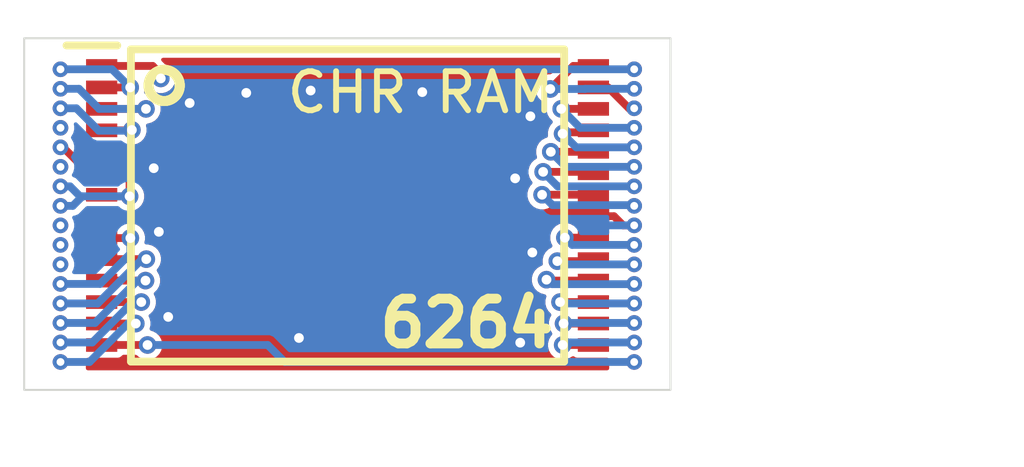
<source format=kicad_pcb>
(kicad_pcb (version 20241229) (generator "pcbnew") (generator_version "9.0")
  (layers (0 "F.Cu" signal) (2 "B.Cu" signal) (13 "F.Paste" user) (15 "B.Paste" user) (5 "F.SilkS" user "F.Silkscreen") (7 "B.SilkS" user "B.Silkscreen") (1 "F.Mask" user) (3 "B.Mask" user) (25 "Edge.Cuts" user))
  (net 0 "")
  (net 1 "+5V")
  (net 3 "/A11")
  (net 4 "/CE#")
  (net 6 "/D5")
  (net 7 "/OE#")
  (net 8 "/A7")
  (net 9 "/D2")
  (net 10 "/A3")
  (net 11 "/D6")
  (net 12 "/D1")
  (net 13 "/A2")
  (net 14 "/A9")
  (net 18 "/D0")
  (net 19 "/A5")
  (net 20 "/A6")
  (net 21 "/A12")
  (net 22 "/D4")
  (net 23 "/D7")
  (net 24 "/A8")
  (net 25 "/D3")
  (net 26 "/A1")
  (net 27 "GND")
  (net 28 "/A4")
  (net 29 "/A10")
  (net 30 "/WE#")
  (net 31 "/A0")
  (footprint "TNY-SxROM Flex:CHR RAM" (layer "F.Cu") (at 137.325 83.375)
    (property "Reference" "U1" (hide yes))
    (property "Value" "CHR RAM" (hide yes))
    (fp_line (start -7.2 -4.1) (end -5.9 -4.1) (stroke (width 0.2)) (layer "F.SilkS"))
    (fp_line (start -5.55 -4) (end 5.55 -4) (stroke (width 0.2)) (layer "F.SilkS"))
    (fp_line (start -5.55 4) (end -5.55 -4) (stroke (width 0.2)) (layer "F.SilkS"))
    (fp_line (start -5.0979 -3.08165) (end -5.0975 -3.09425) (stroke (width 0.254)) (layer "F.SilkS"))
    (fp_line (start -5.0979 -3.06905) (end -5.0979 -3.08165) (stroke (width 0.254)) (layer "F.SilkS"))
    (fp_line (start -5.0975 -3.09425) (end -5.0967 -3.10685) (stroke (width 0.254)) (layer "F.SilkS"))
    (fp_line (start -5.0975 -3.05645) (end -5.0979 -3.06905) (stroke (width 0.254)) (layer "F.SilkS"))
    (fp_line (start -5.0967 -3.10685) (end -5.0955 -3.11945) (stroke (width 0.254)) (layer "F.SilkS"))
    (fp_line (start -5.0967 -3.04385) (end -5.0975 -3.05645) (stroke (width 0.254)) (layer "F.SilkS"))
    (fp_line (start -5.0955 -3.11945) (end -5.0939 -3.13195) (stroke (width 0.254)) (layer "F.SilkS"))
    (fp_line (start -5.0955 -3.03125) (end -5.0967 -3.04385) (stroke (width 0.254)) (layer "F.SilkS"))
    (fp_line (start -5.0939 -3.13195) (end -5.0919 -3.14445) (stroke (width 0.254)) (layer "F.SilkS"))
    (fp_line (start -5.0939 -3.01875) (end -5.0955 -3.03125) (stroke (width 0.254)) (layer "F.SilkS"))
    (fp_line (start -5.0919 -3.14445) (end -5.0895 -3.15685) (stroke (width 0.254)) (layer "F.SilkS"))
    (fp_line (start -5.0919 -3.00625) (end -5.0939 -3.01875) (stroke (width 0.254)) (layer "F.SilkS"))
    (fp_line (start -5.0895 -3.15685) (end -5.0867 -3.16915) (stroke (width 0.254)) (layer "F.SilkS"))
    (fp_line (start -5.0895 -2.99385) (end -5.0919 -3.00625) (stroke (width 0.254)) (layer "F.SilkS"))
    (fp_line (start -5.0867 -3.16915) (end -5.0836 -3.18145) (stroke (width 0.254)) (layer "F.SilkS"))
    (fp_line (start -5.0867 -2.98155) (end -5.0895 -2.99385) (stroke (width 0.254)) (layer "F.SilkS"))
    (fp_line (start -5.0836 -3.18145) (end -5.08 -3.19355) (stroke (width 0.254)) (layer "F.SilkS"))
    (fp_line (start -5.0836 -2.96925) (end -5.0867 -2.98155) (stroke (width 0.254)) (layer "F.SilkS"))
    (fp_line (start -5.08 -3.19355) (end -5.0761 -3.20555) (stroke (width 0.254)) (layer "F.SilkS"))
    (fp_line (start -5.08 -2.95715) (end -5.0836 -2.96925) (stroke (width 0.254)) (layer "F.SilkS"))
    (fp_line (start -5.0761 -3.20555) (end -5.0718 -3.21745) (stroke (width 0.254)) (layer "F.SilkS"))
    (fp_line (start -5.0761 -2.94515) (end -5.08 -2.95715) (stroke (width 0.254)) (layer "F.SilkS"))
    (fp_line (start -5.0718 -3.21745) (end -5.0671 -3.22915) (stroke (width 0.254)) (layer "F.SilkS"))
    (fp_line (start -5.0718 -2.93325) (end -5.0761 -2.94515) (stroke (width 0.254)) (layer "F.SilkS"))
    (fp_line (start -5.0671 -3.22915) (end -5.0621 -3.24075) (stroke (width 0.254)) (layer "F.SilkS"))
    (fp_line (start -5.0671 -2.92155) (end -5.0718 -2.93325) (stroke (width 0.254)) (layer "F.SilkS"))
    (fp_line (start -5.0621 -3.24075) (end -5.0567 -3.25215) (stroke (width 0.254)) (layer "F.SilkS"))
    (fp_line (start -5.0621 -2.90995) (end -5.0671 -2.92155) (stroke (width 0.254)) (layer "F.SilkS"))
    (fp_line (start -5.0567 -3.25215) (end -5.0509 -3.26335) (stroke (width 0.254)) (layer "F.SilkS"))
    (fp_line (start -5.0567 -2.89855) (end -5.0621 -2.90995) (stroke (width 0.254)) (layer "F.SilkS"))
    (fp_line (start -5.0509 -3.26335) (end -5.0448 -3.27445) (stroke (width 0.254)) (layer "F.SilkS"))
    (fp_line (start -5.0509 -2.88735) (end -5.0567 -2.89855) (stroke (width 0.254)) (layer "F.SilkS"))
    (fp_line (start -5.0448 -3.27445) (end -5.0384 -3.28525) (stroke (width 0.254)) (layer "F.SilkS"))
    (fp_line (start -5.0448 -2.87625) (end -5.0509 -2.88735) (stroke (width 0.254)) (layer "F.SilkS"))
    (fp_line (start -5.0384 -3.28525) (end -5.0316 -3.29595) (stroke (width 0.254)) (layer "F.SilkS"))
    (fp_line (start -5.0384 -2.86545) (end -5.0448 -2.87625) (stroke (width 0.254)) (layer "F.SilkS"))
    (fp_line (start -5.0316 -3.29595) (end -5.0245 -3.30635) (stroke (width 0.254)) (layer "F.SilkS"))
    (fp_line (start -5.0316 -2.85475) (end -5.0384 -2.86545) (stroke (width 0.254)) (layer "F.SilkS"))
    (fp_line (start -5.0245 -3.30635) (end -5.017 -3.31655) (stroke (width 0.254)) (layer "F.SilkS"))
    (fp_line (start -5.0245 -2.84435) (end -5.0316 -2.85475) (stroke (width 0.254)) (layer "F.SilkS"))
    (fp_line (start -5.017 -3.31655) (end -5.0092 -3.32655) (stroke (width 0.254)) (layer "F.SilkS"))
    (fp_line (start -5.017 -2.83415) (end -5.0245 -2.84435) (stroke (width 0.254)) (layer "F.SilkS"))
    (fp_line (start -5.0092 -3.32655) (end -5.0011 -3.33625) (stroke (width 0.254)) (layer "F.SilkS"))
    (fp_line (start -5.0092 -2.82415) (end -5.017 -2.83415) (stroke (width 0.254)) (layer "F.SilkS"))
    (fp_line (start -5.0011 -3.33625) (end -4.9928 -3.34565) (stroke (width 0.254)) (layer "F.SilkS"))
    (fp_line (start -5.0011 -2.81445) (end -5.0092 -2.82415) (stroke (width 0.254)) (layer "F.SilkS"))
    (fp_line (start -4.9928 -3.34565) (end -4.9841 -3.35485) (stroke (width 0.254)) (layer "F.SilkS"))
    (fp_line (start -4.9928 -2.80505) (end -5.0011 -2.81445) (stroke (width 0.254)) (layer "F.SilkS"))
    (fp_line (start -4.9841 -3.35485) (end -4.9751 -3.36375) (stroke (width 0.254)) (layer "F.SilkS"))
    (fp_line (start -4.9841 -2.79585) (end -4.9928 -2.80505) (stroke (width 0.254)) (layer "F.SilkS"))
    (fp_line (start -4.9751 -3.36375) (end -4.9659 -3.37235) (stroke (width 0.254)) (layer "F.SilkS"))
    (fp_line (start -4.9751 -2.78695) (end -4.9841 -2.79585) (stroke (width 0.254)) (layer "F.SilkS"))
    (fp_line (start -4.9659 -3.37235) (end -4.9564 -3.38065) (stroke (width 0.254)) (layer "F.SilkS"))
    (fp_line (start -4.9659 -2.77835) (end -4.9751 -2.78695) (stroke (width 0.254)) (layer "F.SilkS"))
    (fp_line (start -4.9564 -3.38065) (end -4.9466 -3.38865) (stroke (width 0.254)) (layer "F.SilkS"))
    (fp_line (start -4.9564 -2.77005) (end -4.9659 -2.77835) (stroke (width 0.254)) (layer "F.SilkS"))
    (fp_line (start -4.9466 -3.38865) (end -4.9366 -3.39635) (stroke (width 0.254)) (layer "F.SilkS"))
    (fp_line (start -4.9466 -2.76205) (end -4.9564 -2.77005) (stroke (width 0.254)) (layer "F.SilkS"))
    (fp_line (start -4.9366 -3.39635) (end -4.9263 -3.40375) (stroke (width 0.254)) (layer "F.SilkS"))
    (fp_line (start -4.9366 -2.75435) (end -4.9466 -2.76205) (stroke (width 0.254)) (layer "F.SilkS"))
    (fp_line (start -4.9263 -3.40375) (end -4.9158 -3.41075) (stroke (width 0.254)) (layer "F.SilkS"))
    (fp_line (start -4.9263 -2.74695) (end -4.9366 -2.75435) (stroke (width 0.254)) (layer "F.SilkS"))
    (fp_line (start -4.9158 -3.41075) (end -4.9051 -3.41745) (stroke (width 0.254)) (layer "F.SilkS"))
    (fp_line (start -4.9158 -2.73995) (end -4.9263 -2.74695) (stroke (width 0.254)) (layer "F.SilkS"))
    (fp_line (start -4.9051 -3.41745) (end -4.8942 -3.42385) (stroke (width 0.254)) (layer "F.SilkS"))
    (fp_line (start -4.9051 -2.73325) (end -4.9158 -2.73995) (stroke (width 0.254)) (layer "F.SilkS"))
    (fp_line (start -4.8942 -3.42385) (end -4.8831 -3.42985) (stroke (width 0.254)) (layer "F.SilkS"))
    (fp_line (start -4.8942 -2.72685) (end -4.9051 -2.73325) (stroke (width 0.254)) (layer "F.SilkS"))
    (fp_line (start -4.8831 -3.42985) (end -4.8719 -3.43555) (stroke (width 0.254)) (layer "F.SilkS"))
    (fp_line (start -4.8831 -2.72085) (end -4.8942 -2.72685) (stroke (width 0.254)) (layer "F.SilkS"))
    (fp_line (start -4.8719 -3.43555) (end -4.8604 -3.44085) (stroke (width 0.254)) (layer "F.SilkS"))
    (fp_line (start -4.8719 -2.71515) (end -4.8831 -2.72085) (stroke (width 0.254)) (layer "F.SilkS"))
    (fp_line (start -4.8604 -3.44085) (end -4.8488 -3.44585) (stroke (width 0.254)) (layer "F.SilkS"))
    (fp_line (start -4.8604 -2.70985) (end -4.8719 -2.71515) (stroke (width 0.254)) (layer "F.SilkS"))
    (fp_line (start -4.8488 -3.44585) (end -4.837 -3.45035) (stroke (width 0.254)) (layer "F.SilkS"))
    (fp_line (start -4.8488 -2.70485) (end -4.8604 -2.70985) (stroke (width 0.254)) (layer "F.SilkS"))
    (fp_line (start -4.837 -3.45035) (end -4.8251 -3.45455) (stroke (width 0.254)) (layer "F.SilkS"))
    (fp_line (start -4.837 -2.70035) (end -4.8488 -2.70485) (stroke (width 0.254)) (layer "F.SilkS"))
    (fp_line (start -4.8251 -3.45455) (end -4.8131 -3.45845) (stroke (width 0.254)) (layer "F.SilkS"))
    (fp_line (start -4.8251 -2.69615) (end -4.837 -2.70035) (stroke (width 0.254)) (layer "F.SilkS"))
    (fp_line (start -4.8131 -3.45845) (end -4.8009 -3.46185) (stroke (width 0.254)) (layer "F.SilkS"))
    (fp_line (start -4.8131 -2.69225) (end -4.8251 -2.69615) (stroke (width 0.254)) (layer "F.SilkS"))
    (fp_line (start -4.8009 -3.46185) (end -4.7887 -3.46495) (stroke (width 0.254)) (layer "F.SilkS"))
    (fp_line (start -4.8009 -2.68885) (end -4.8131 -2.69225) (stroke (width 0.254)) (layer "F.SilkS"))
    (fp_line (start -4.7887 -3.46495) (end -4.7763 -3.46755) (stroke (width 0.254)) (layer "F.SilkS"))
    (fp_line (start -4.7887 -2.68575) (end -4.8009 -2.68885) (stroke (width 0.254)) (layer "F.SilkS"))
    (fp_line (start -4.7763 -3.46755) (end -4.7639 -3.46985) (stroke (width 0.254)) (layer "F.SilkS"))
    (fp_line (start -4.7763 -2.68315) (end -4.7887 -2.68575) (stroke (width 0.254)) (layer "F.SilkS"))
    (fp_line (start -4.7639 -3.46985) (end -4.7514 -3.47175) (stroke (width 0.254)) (layer "F.SilkS"))
    (fp_line (start -4.7639 -2.68085) (end -4.7763 -2.68315) (stroke (width 0.254)) (layer "F.SilkS"))
    (fp_line (start -4.7514 -3.47175) (end -4.7389 -3.47325) (stroke (width 0.254)) (layer "F.SilkS"))
    (fp_line (start -4.7514 -2.67895) (end -4.7639 -2.68085) (stroke (width 0.254)) (layer "F.SilkS"))
    (fp_line (start -4.7389 -3.47325) (end -4.7263 -3.47435) (stroke (width 0.254)) (layer "F.SilkS"))
    (fp_line (start -4.7389 -2.67745) (end -4.7514 -2.67895) (stroke (width 0.254)) (layer "F.SilkS"))
    (fp_line (start -4.7263 -3.47435) (end -4.7137 -3.47505) (stroke (width 0.254)) (layer "F.SilkS"))
    (fp_line (start -4.7263 -2.67635) (end -4.7389 -2.67745) (stroke (width 0.254)) (layer "F.SilkS"))
    (fp_line (start -4.7137 -3.47505) (end -4.7011 -3.47535) (stroke (width 0.254)) (layer "F.SilkS"))
    (fp_line (start -4.7137 -2.67565) (end -4.7263 -2.67635) (stroke (width 0.254)) (layer "F.SilkS"))
    (fp_line (start -4.7011 -3.47535) (end -4.6884 -3.47525) (stroke (width 0.254)) (layer "F.SilkS"))
    (fp_line (start -4.7011 -2.67535) (end -4.7137 -2.67565) (stroke (width 0.254)) (layer "F.SilkS"))
    (fp_line (start -4.6884 -3.47525) (end -4.6758 -3.47475) (stroke (width 0.254)) (layer "F.SilkS"))
    (fp_line (start -4.6884 -2.67545) (end -4.7011 -2.67535) (stroke (width 0.254)) (layer "F.SilkS"))
    (fp_line (start -4.6758 -3.47475) (end -4.6632 -3.47385) (stroke (width 0.254)) (layer "F.SilkS"))
    (fp_line (start -4.6758 -2.67595) (end -4.6884 -2.67545) (stroke (width 0.254)) (layer "F.SilkS"))
    (fp_line (start -4.6632 -3.47385) (end -4.6506 -3.47255) (stroke (width 0.254)) (layer "F.SilkS"))
    (fp_line (start -4.6632 -2.67685) (end -4.6758 -2.67595) (stroke (width 0.254)) (layer "F.SilkS"))
    (fp_line (start -4.6506 -3.47255) (end -4.6381 -3.47085) (stroke (width 0.254)) (layer "F.SilkS"))
    (fp_line (start -4.6506 -2.67815) (end -4.6632 -2.67685) (stroke (width 0.254)) (layer "F.SilkS"))
    (fp_line (start -4.6381 -3.47085) (end -4.6257 -3.46875) (stroke (width 0.254)) (layer "F.SilkS"))
    (fp_line (start -4.6381 -2.67985) (end -4.6506 -2.67815) (stroke (width 0.254)) (layer "F.SilkS"))
    (fp_line (start -4.6257 -3.46875) (end -4.6133 -3.46635) (stroke (width 0.254)) (layer "F.SilkS"))
    (fp_line (start -4.6257 -2.68195) (end -4.6381 -2.67985) (stroke (width 0.254)) (layer "F.SilkS"))
    (fp_line (start -4.6133 -3.46635) (end -4.601 -3.46345) (stroke (width 0.254)) (layer "F.SilkS"))
    (fp_line (start -4.6133 -2.68435) (end -4.6257 -2.68195) (stroke (width 0.254)) (layer "F.SilkS"))
    (fp_line (start -4.601 -3.46345) (end -4.5888 -3.46015) (stroke (width 0.254)) (layer "F.SilkS"))
    (fp_line (start -4.601 -2.68725) (end -4.6133 -2.68435) (stroke (width 0.254)) (layer "F.SilkS"))
    (fp_line (start -4.5888 -3.46015) (end -4.5767 -3.45655) (stroke (width 0.254)) (layer "F.SilkS"))
    (fp_line (start -4.5888 -2.69055) (end -4.601 -2.68725) (stroke (width 0.254)) (layer "F.SilkS"))
    (fp_line (start -4.5767 -3.45655) (end -4.5647 -3.45255) (stroke (width 0.254)) (layer "F.SilkS"))
    (fp_line (start -4.5767 -2.69415) (end -4.5888 -2.69055) (stroke (width 0.254)) (layer "F.SilkS"))
    (fp_line (start -4.5647 -3.45255) (end -4.5529 -3.44815) (stroke (width 0.254)) (layer "F.SilkS"))
    (fp_line (start -4.5647 -2.69815) (end -4.5767 -2.69415) (stroke (width 0.254)) (layer "F.SilkS"))
    (fp_line (start -4.5529 -3.44815) (end -4.5412 -3.44335) (stroke (width 0.254)) (layer "F.SilkS"))
    (fp_line (start -4.5529 -2.70255) (end -4.5647 -2.69815) (stroke (width 0.254)) (layer "F.SilkS"))
    (fp_line (start -4.5412 -3.44335) (end -4.5296 -3.43825) (stroke (width 0.254)) (layer "F.SilkS"))
    (fp_line (start -4.5412 -2.70735) (end -4.5529 -2.70255) (stroke (width 0.254)) (layer "F.SilkS"))
    (fp_line (start -4.5296 -3.43825) (end -4.5183 -3.43275) (stroke (width 0.254)) (layer "F.SilkS"))
    (fp_line (start -4.5296 -2.71245) (end -4.5412 -2.70735) (stroke (width 0.254)) (layer "F.SilkS"))
    (fp_line (start -4.5183 -3.43275) (end -4.5071 -3.42695) (stroke (width 0.254)) (layer "F.SilkS"))
    (fp_line (start -4.5183 -2.71795) (end -4.5296 -2.71245) (stroke (width 0.254)) (layer "F.SilkS"))
    (fp_line (start -4.5071 -3.42695) (end -4.4961 -3.42075) (stroke (width 0.254)) (layer "F.SilkS"))
    (fp_line (start -4.5071 -2.72375) (end -4.5183 -2.71795) (stroke (width 0.254)) (layer "F.SilkS"))
    (fp_line (start -4.4961 -3.42075) (end -4.4853 -3.41415) (stroke (width 0.254)) (layer "F.SilkS"))
    (fp_line (start -4.4961 -2.72995) (end -4.5071 -2.72375) (stroke (width 0.254)) (layer "F.SilkS"))
    (fp_line (start -4.4853 -3.41415) (end -4.4747 -3.40725) (stroke (width 0.254)) (layer "F.SilkS"))
    (fp_line (start -4.4853 -2.73655) (end -4.4961 -2.72995) (stroke (width 0.254)) (layer "F.SilkS"))
    (fp_line (start -4.4747 -3.40725) (end -4.4643 -3.40005) (stroke (width 0.254)) (layer "F.SilkS"))
    (fp_line (start -4.4747 -2.74345) (end -4.4853 -2.73655) (stroke (width 0.254)) (layer "F.SilkS"))
    (fp_line (start -4.4643 -3.40005) (end -4.4542 -3.39255) (stroke (width 0.254)) (layer "F.SilkS"))
    (fp_line (start -4.4643 -2.75065) (end -4.4747 -2.74345) (stroke (width 0.254)) (layer "F.SilkS"))
    (fp_line (start -4.4542 -3.39255) (end -4.4443 -3.38465) (stroke (width 0.254)) (layer "F.SilkS"))
    (fp_line (start -4.4542 -2.75815) (end -4.4643 -2.75065) (stroke (width 0.254)) (layer "F.SilkS"))
    (fp_line (start -4.4443 -3.38465) (end -4.4347 -3.37655) (stroke (width 0.254)) (layer "F.SilkS"))
    (fp_line (start -4.4443 -2.76605) (end -4.4542 -2.75815) (stroke (width 0.254)) (layer "F.SilkS"))
    (fp_line (start -4.4347 -3.37655) (end -4.4253 -3.36805) (stroke (width 0.254)) (layer "F.SilkS"))
    (fp_line (start -4.4347 -2.77415) (end -4.4443 -2.76605) (stroke (width 0.254)) (layer "F.SilkS"))
    (fp_line (start -4.4253 -3.36805) (end -4.4162 -3.35935) (stroke (width 0.254)) (layer "F.SilkS"))
    (fp_line (start -4.4253 -2.78265) (end -4.4347 -2.77415) (stroke (width 0.254)) (layer "F.SilkS"))
    (fp_line (start -4.4162 -3.35935) (end -4.4074 -3.35025) (stroke (width 0.254)) (layer "F.SilkS"))
    (fp_line (start -4.4162 -2.79135) (end -4.4253 -2.78265) (stroke (width 0.254)) (layer "F.SilkS"))
    (fp_line (start -4.4074 -3.35025) (end -4.3988 -3.34095) (stroke (width 0.254)) (layer "F.SilkS"))
    (fp_line (start -4.4074 -2.80045) (end -4.4162 -2.79135) (stroke (width 0.254)) (layer "F.SilkS"))
    (fp_line (start -4.3988 -3.34095) (end -4.3906 -3.33135) (stroke (width 0.254)) (layer "F.SilkS"))
    (fp_line (start -4.3988 -2.80975) (end -4.4074 -2.80045) (stroke (width 0.254)) (layer "F.SilkS"))
    (fp_line (start -4.3906 -3.33135) (end -4.3827 -3.32155) (stroke (width 0.254)) (layer "F.SilkS"))
    (fp_line (start -4.3906 -2.81935) (end -4.3988 -2.80975) (stroke (width 0.254)) (layer "F.SilkS"))
    (fp_line (start -4.3827 -3.32155) (end -4.375 -3.31145) (stroke (width 0.254)) (layer "F.SilkS"))
    (fp_line (start -4.3827 -2.82915) (end -4.3906 -2.81935) (stroke (width 0.254)) (layer "F.SilkS"))
    (fp_line (start -4.375 -3.31145) (end -4.3677 -3.30115) (stroke (width 0.254)) (layer "F.SilkS"))
    (fp_line (start -4.375 -2.83925) (end -4.3827 -2.82915) (stroke (width 0.254)) (layer "F.SilkS"))
    (fp_line (start -4.3677 -3.30115) (end -4.3608 -3.29065) (stroke (width 0.254)) (layer "F.SilkS"))
    (fp_line (start -4.3677 -2.84955) (end -4.375 -2.83925) (stroke (width 0.254)) (layer "F.SilkS"))
    (fp_line (start -4.3608 -3.29065) (end -4.3542 -3.27985) (stroke (width 0.254)) (layer "F.SilkS"))
    (fp_line (start -4.3608 -2.86005) (end -4.3677 -2.84955) (stroke (width 0.254)) (layer "F.SilkS"))
    (fp_line (start -4.3542 -3.27985) (end -4.3479 -3.26895) (stroke (width 0.254)) (layer "F.SilkS"))
    (fp_line (start -4.3542 -2.87085) (end -4.3608 -2.86005) (stroke (width 0.254)) (layer "F.SilkS"))
    (fp_line (start -4.3479 -3.26895) (end -4.3419 -3.25775) (stroke (width 0.254)) (layer "F.SilkS"))
    (fp_line (start -4.3479 -2.88175) (end -4.3542 -2.87085) (stroke (width 0.254)) (layer "F.SilkS"))
    (fp_line (start -4.3419 -3.25775) (end -4.3363 -3.24645) (stroke (width 0.254)) (layer "F.SilkS"))
    (fp_line (start -4.3419 -2.89295) (end -4.3479 -2.88175) (stroke (width 0.254)) (layer "F.SilkS"))
    (fp_line (start -4.3363 -3.24645) (end -4.3311 -3.23495) (stroke (width 0.254)) (layer "F.SilkS"))
    (fp_line (start -4.3363 -2.90425) (end -4.3419 -2.89295) (stroke (width 0.254)) (layer "F.SilkS"))
    (fp_line (start -4.3311 -3.23495) (end -4.3263 -3.22335) (stroke (width 0.254)) (layer "F.SilkS"))
    (fp_line (start -4.3311 -2.91575) (end -4.3363 -2.90425) (stroke (width 0.254)) (layer "F.SilkS"))
    (fp_line (start -4.3263 -3.22335) (end -4.3218 -3.21145) (stroke (width 0.254)) (layer "F.SilkS"))
    (fp_line (start -4.3263 -2.92735) (end -4.3311 -2.91575) (stroke (width 0.254)) (layer "F.SilkS"))
    (fp_line (start -4.3218 -3.21145) (end -4.3177 -3.19955) (stroke (width 0.254)) (layer "F.SilkS"))
    (fp_line (start -4.3218 -2.93925) (end -4.3263 -2.92735) (stroke (width 0.254)) (layer "F.SilkS"))
    (fp_line (start -4.3177 -3.19955) (end -4.3139 -3.18745) (stroke (width 0.254)) (layer "F.SilkS"))
    (fp_line (start -4.3177 -2.95115) (end -4.3218 -2.93925) (stroke (width 0.254)) (layer "F.SilkS"))
    (fp_line (start -4.3139 -3.18745) (end -4.3106 -3.17535) (stroke (width 0.254)) (layer "F.SilkS"))
    (fp_line (start -4.3139 -2.96325) (end -4.3177 -2.95115) (stroke (width 0.254)) (layer "F.SilkS"))
    (fp_line (start -4.3106 -3.17535) (end -4.3076 -3.16305) (stroke (width 0.254)) (layer "F.SilkS"))
    (fp_line (start -4.3106 -2.97535) (end -4.3139 -2.96325) (stroke (width 0.254)) (layer "F.SilkS"))
    (fp_line (start -4.3076 -3.16305) (end -4.3051 -3.15065) (stroke (width 0.254)) (layer "F.SilkS"))
    (fp_line (start -4.3076 -2.98765) (end -4.3106 -2.97535) (stroke (width 0.254)) (layer "F.SilkS"))
    (fp_line (start -4.3051 -3.15065) (end -4.3029 -3.13825) (stroke (width 0.254)) (layer "F.SilkS"))
    (fp_line (start -4.3051 -3.00005) (end -4.3076 -2.98765) (stroke (width 0.254)) (layer "F.SilkS"))
    (fp_line (start -4.3029 -3.13825) (end -4.3011 -3.12575) (stroke (width 0.254)) (layer "F.SilkS"))
    (fp_line (start -4.3029 -3.01245) (end -4.3051 -3.00005) (stroke (width 0.254)) (layer "F.SilkS"))
    (fp_line (start -4.3011 -3.12575) (end -4.2997 -3.11315) (stroke (width 0.254)) (layer "F.SilkS"))
    (fp_line (start -4.3011 -3.02495) (end -4.3029 -3.01245) (stroke (width 0.254)) (layer "F.SilkS"))
    (fp_line (start -4.2997 -3.11315) (end -4.2987 -3.10055) (stroke (width 0.254)) (layer "F.SilkS"))
    (fp_line (start -4.2997 -3.03755) (end -4.3011 -3.02495) (stroke (width 0.254)) (layer "F.SilkS"))
    (fp_line (start -4.2987 -3.10055) (end -4.2981 -3.08795) (stroke (width 0.254)) (layer "F.SilkS"))
    (fp_line (start -4.2987 -3.05015) (end -4.2997 -3.03755) (stroke (width 0.254)) (layer "F.SilkS"))
    (fp_line (start -4.2981 -3.08795) (end -4.2979 -3.07535) (stroke (width 0.254)) (layer "F.SilkS"))
    (fp_line (start -4.2981 -3.06275) (end -4.2987 -3.05015) (stroke (width 0.254)) (layer "F.SilkS"))
    (fp_line (start -4.2979 -3.07535) (end -4.2981 -3.06275) (stroke (width 0.254)) (layer "F.SilkS"))
    (fp_line (start 5.55 -4) (end 5.55 4) (stroke (width 0.2)) (layer "F.SilkS"))
    (fp_line (start 5.55 4) (end -5.55 4) (stroke (width 0.2)) (layer "F.SilkS"))
    (fp_text user "${VALUE}" (at -1.63 -2.31 0) (layer "F.SilkS") (effects (justify left bottom)))
    (fp_text user "6264" (at 0.7 3.69 0) (layer "F.SilkS") (effects (font (size 1.15 1.15) (thickness 0.25) (bold yes)) (justify left bottom)))
    (pad "1" smd rect (at -6.3 -3.575 90) (size 0.35 0.8) (layers "F.Cu" "F.Mask" "F.Paste") (net 7 "/OE#"))
    (pad "2" smd rect (at -6.3 -3.025 90) (size 0.35 0.8) (layers "F.Cu" "F.Mask" "F.Paste") (net 3 "/A11"))
    (pad "3" smd rect (at -6.3 -2.475 90) (size 0.35 0.8) (layers "F.Cu" "F.Mask" "F.Paste") (net 14 "/A9"))
    (pad "4" smd rect (at -6.3 -1.925 90) (size 0.35 0.8) (layers "F.Cu" "F.Mask" "F.Paste") (net 24 "/A8"))
    (pad "5" smd rect (at -6.3 -1.375 90) (size 0.35 0.8) (layers "F.Cu" "F.Mask" "F.Paste") (net 1 "+5V"))
    (pad "6" smd rect (at -6.3 -0.825 90) (size 0.35 0.8) (layers "F.Cu" "F.Mask" "F.Paste") (net 30 "/WE#"))
    (pad "7" smd rect (at -6.3 -0.275 90) (size 0.35 0.8) (layers "F.Cu" "F.Mask" "F.Paste") (net 1 "+5V"))
    (pad "8" smd rect (at -6.3 0.275 90) (size 0.35 0.8) (layers "F.Cu" "F.Mask" "F.Paste"))
    (pad "9" smd rect (at -6.3 0.825 90) (size 0.35 0.8) (layers "F.Cu" "F.Mask" "F.Paste") (net 21 "/A12"))
    (pad "10" smd rect (at -6.3 1.375 90) (size 0.35 0.8) (layers "F.Cu" "F.Mask" "F.Paste") (net 8 "/A7"))
    (pad "11" smd rect (at -6.3 1.925 90) (size 0.35 0.8) (layers "F.Cu" "F.Mask" "F.Paste") (net 20 "/A6"))
    (pad "12" smd rect (at -6.3 2.475 90) (size 0.35 0.8) (layers "F.Cu" "F.Mask" "F.Paste") (net 19 "/A5"))
    (pad "13" smd rect (at -6.3 3.025 90) (size 0.35 0.8) (layers "F.Cu" "F.Mask" "F.Paste") (net 28 "/A4"))
    (pad "14" smd rect (at -6.3 3.575 90) (size 0.35 0.8) (layers "F.Cu" "F.Mask" "F.Paste") (net 10 "/A3"))
    (pad "15" smd rect (at 6.3 3.575 90) (size 0.35 0.8) (layers "F.Cu" "F.Mask" "F.Paste") (net 13 "/A2"))
    (pad "16" smd rect (at 6.3 3.025 90) (size 0.35 0.8) (layers "F.Cu" "F.Mask" "F.Paste") (net 26 "/A1"))
    (pad "17" smd rect (at 6.3 2.475 90) (size 0.35 0.8) (layers "F.Cu" "F.Mask" "F.Paste") (net 31 "/A0"))
    (pad "18" smd rect (at 6.3 1.925 90) (size 0.35 0.8) (layers "F.Cu" "F.Mask" "F.Paste") (net 18 "/D0"))
    (pad "19" smd rect (at 6.3 1.375 90) (size 0.35 0.8) (layers "F.Cu" "F.Mask" "F.Paste") (net 12 "/D1"))
    (pad "20" smd rect (at 6.3 0.825 90) (size 0.35 0.8) (layers "F.Cu" "F.Mask" "F.Paste") (net 9 "/D2"))
    (pad "21" smd rect (at 6.3 0.275 90) (size 0.35 0.8) (layers "F.Cu" "F.Mask" "F.Paste") (net 27 "GND"))
    (pad "22" smd rect (at 6.3 -0.275 90) (size 0.35 0.8) (layers "F.Cu" "F.Mask" "F.Paste") (net 25 "/D3"))
    (pad "23" smd rect (at 6.3 -0.825 90) (size 0.35 0.8) (layers "F.Cu" "F.Mask" "F.Paste") (net 22 "/D4"))
    (pad "24" smd rect (at 6.3 -1.375 90) (size 0.35 0.8) (layers "F.Cu" "F.Mask" "F.Paste") (net 6 "/D5"))
    (pad "25" smd rect (at 6.3 -1.925 90) (size 0.35 0.8) (layers "F.Cu" "F.Mask" "F.Paste") (net 11 "/D6"))
    (pad "26" smd rect (at 6.3 -2.475 90) (size 0.35 0.8) (layers "F.Cu" "F.Mask" "F.Paste") (net 23 "/D7"))
    (pad "27" smd rect (at 6.3 -3.025 90) (size 0.35 0.8) (layers "F.Cu" "F.Mask" "F.Paste") (net 4 "/CE#"))
    (pad "28" smd rect (at 6.3 -3.575 90) (size 0.35 0.8) (layers "F.Cu" "F.Mask" "F.Paste") (net 29 "/A10"))
  )
  (footprint "TNY-SxROM Flex:TSOP-32" (layer "F.Cu") (at 137.32 83.635)
    (property "Reference" "J1" (hide yes))
    (property "Value" "Conn_02x16_Counter_Clockwise")
    (pad "1" thru_hole circle (at -7.35 -3.75) (size 0.4 0.4) (drill 0.2) (layers "*.Cu" "*.Mask") (net 3 "/A11"))
    (pad "2" thru_hole circle (at -7.35 -3.25) (size 0.4 0.4) (drill 0.2) (layers "*.Cu" "*.Mask") (net 14 "/A9"))
    (pad "3" thru_hole circle (at -7.35 -2.75) (size 0.4 0.4) (drill 0.2) (layers "*.Cu" "*.Mask") (net 24 "/A8"))
    (pad "4" thru_hole circle (at -7.35 -2.25) (size 0.4 0.4) (drill 0.2) (layers "*.Cu" "*.Mask"))
    (pad "5" thru_hole circle (at -7.35 -1.75) (size 0.4 0.4) (drill 0.2) (layers "*.Cu" "*.Mask") (net 30 "/WE#"))
    (pad "6" thru_hole circle (at -7.35 -1.25) (size 0.4 0.4) (drill 0.2) (layers "*.Cu" "*.Mask"))
    (pad "7" thru_hole circle (at -7.35 -0.75) (size 0.4 0.4) (drill 0.2) (layers "*.Cu" "*.Mask") (net 1 "+5V"))
    (pad "8" thru_hole circle (at -7.35 -0.25) (size 0.4 0.4) (drill 0.2) (layers "*.Cu" "*.Mask") (net 1 "+5V"))
    (pad "9" thru_hole circle (at -7.35 0.25) (size 0.4 0.4) (drill 0.2) (layers "*.Cu" "*.Mask"))
    (pad "10" thru_hole circle (at -7.35 0.75) (size 0.4 0.4) (drill 0.2) (layers "*.Cu" "*.Mask"))
    (pad "11" thru_hole circle (at -7.35 1.25) (size 0.4 0.4) (drill 0.2) (layers "*.Cu" "*.Mask"))
    (pad "12" thru_hole circle (at -7.35 1.75) (size 0.4 0.4) (drill 0.2) (layers "*.Cu" "*.Mask") (net 21 "/A12"))
    (pad "13" thru_hole circle (at -7.35 2.25) (size 0.4 0.4) (drill 0.2) (layers "*.Cu" "*.Mask") (net 8 "/A7"))
    (pad "14" thru_hole circle (at -7.35 2.75) (size 0.4 0.4) (drill 0.2) (layers "*.Cu" "*.Mask") (net 20 "/A6"))
    (pad "15" thru_hole circle (at -7.35 3.25) (size 0.4 0.4) (drill 0.2) (layers "*.Cu" "*.Mask") (net 19 "/A5"))
    (pad "16" thru_hole circle (at -7.35 3.75) (size 0.4 0.4) (drill 0.2) (layers "*.Cu" "*.Mask") (net 28 "/A4"))
    (pad "17" thru_hole circle (at 7.35 3.75) (size 0.4 0.4) (drill 0.2) (layers "*.Cu" "*.Mask") (net 10 "/A3"))
    (pad "18" thru_hole circle (at 7.35 3.25) (size 0.4 0.4) (drill 0.2) (layers "*.Cu" "*.Mask") (net 13 "/A2"))
    (pad "19" thru_hole circle (at 7.35 2.75) (size 0.4 0.4) (drill 0.2) (layers "*.Cu" "*.Mask") (net 26 "/A1"))
    (pad "20" thru_hole circle (at 7.35 2.25) (size 0.4 0.4) (drill 0.2) (layers "*.Cu" "*.Mask") (net 31 "/A0"))
    (pad "21" thru_hole circle (at 7.35 1.75) (size 0.4 0.4) (drill 0.2) (layers "*.Cu" "*.Mask") (net 18 "/D0"))
    (pad "22" thru_hole circle (at 7.35 1.25) (size 0.4 0.4) (drill 0.2) (layers "*.Cu" "*.Mask") (net 12 "/D1"))
    (pad "23" thru_hole circle (at 7.35 0.75) (size 0.4 0.4) (drill 0.2) (layers "*.Cu" "*.Mask") (net 9 "/D2"))
    (pad "24" thru_hole circle (at 7.35 0.25) (size 0.4 0.4) (drill 0.2) (layers "*.Cu" "*.Mask") (net 27 "GND"))
    (pad "25" thru_hole circle (at 7.35 -0.25) (size 0.4 0.4) (drill 0.2) (layers "*.Cu" "*.Mask") (net 25 "/D3"))
    (pad "26" thru_hole circle (at 7.35 -0.75) (size 0.4 0.4) (drill 0.2) (layers "*.Cu" "*.Mask") (net 22 "/D4"))
    (pad "27" thru_hole circle (at 7.35 -1.25) (size 0.4 0.4) (drill 0.2) (layers "*.Cu" "*.Mask") (net 6 "/D5"))
    (pad "28" thru_hole circle (at 7.35 -1.75) (size 0.4 0.4) (drill 0.2) (layers "*.Cu" "*.Mask") (net 11 "/D6"))
    (pad "29" thru_hole circle (at 7.35 -2.25) (size 0.4 0.4) (drill 0.2) (layers "*.Cu" "*.Mask") (net 23 "/D7"))
    (pad "30" thru_hole circle (at 7.35 -2.75) (size 0.4 0.4) (drill 0.2) (layers "*.Cu" "*.Mask") (net 4 "/CE#"))
    (pad "31" thru_hole circle (at 7.35 -3.25) (size 0.4 0.4) (drill 0.2) (layers "*.Cu" "*.Mask") (net 29 "/A10"))
    (pad "32" thru_hole circle (at 7.35 -3.75) (size 0.4 0.4) (drill 0.2) (layers "*.Cu" "*.Mask") (net 7 "/OE#"))
  )
  (gr_rect (start 129.04 79.09) (end 145.6 88.1) (stroke (width 0.05)) (fill no) (layer "Edge.Cuts"))
  (segment (start 131.625 82) (end 131.74 82.115) (width 0.2) (layer "F.Cu") (net 1))
  (segment (start 131.74 82.115) (end 131.74 83.14) (width 0.2) (layer "F.Cu") (net 1))
  (segment (start 131.065 83.14) (end 131.025 83.1) (width 0.2) (layer "F.Cu") (net 1))
  (segment (start 131.025 82) (end 131.625 82) (width 0.2) (layer "F.Cu") (net 1))
  (segment (start 131.74 83.14) (end 131.065 83.14) (width 0.2) (layer "F.Cu") (net 1))
  (via (at 131.74 83.14) (size 0.45) (drill 0.25) (layers "F.Cu" "B.Cu") (net 1))
  (segment (start 131.74 83.14) (end 130.53 83.14) (width 0.2) (layer "B.Cu") (net 1))
  (segment (start 130.53 83.14) (end 130.285 83.385) (width 0.2) (layer "B.Cu") (net 1))
  (segment (start 130.285 83.385) (end 129.87 83.385) (width 0.2) (layer "B.Cu") (net 1))
  (segment (start 130.53 83.14) (end 130.5 83.17) (width 0.2) (layer "B.Cu") (net 1))
  (segment (start 129.97 82.885) (end 130.215 82.885) (width 0.2) (layer "B.Cu") (net 1))
  (segment (start 130.215 82.885) (end 130.5 83.17) (width 0.2) (layer "B.Cu") (net 1))
  (segment (start 131.75572 80.35) (end 131.025 80.35) (width 0.2) (layer "F.Cu") (net 3))
  (via (at 131.75572 80.35) (size 0.45) (drill 0.25) (layers "F.Cu" "B.Cu") (net 3))
  (segment (start 131.29072 79.885) (end 131.75572 80.35) (width 0.2) (layer "B.Cu") (net 3))
  (segment (start 129.87 79.885) (end 131.29072 79.885) (width 0.2) (layer "B.Cu") (net 3))
  (segment (start 144 80.35) (end 143.625 80.35) (width 0.2) (layer "F.Cu") (net 4))
  (segment (start 144.535 80.885) (end 144 80.35) (width 0.2) (layer "F.Cu") (net 4))
  (segment (start 144.77 80.885) (end 144.535 80.885) (width 0.2) (layer "F.Cu") (net 4))
  (segment (start 142.533363 82) (end 143.625 82) (width 0.2) (layer "F.Cu") (net 6))
  (via (at 142.533363 82) (size 0.45) (drill 0.25) (layers "F.Cu" "B.Cu") (net 6))
  (segment (start 142.533363 82) (end 142.918363 82.385) (width 0.2) (layer "B.Cu") (net 6))
  (segment (start 142.918363 82.385) (end 144.77 82.385) (width 0.2) (layer "B.Cu") (net 6))
  (segment (start 132.54 80.007469) (end 132.332531 79.8) (width 0.2) (layer "F.Cu") (net 7))
  (segment (start 132.54 80.12) (end 132.54 80.007469) (width 0.2) (layer "F.Cu") (net 7))
  (segment (start 132.332531 79.8) (end 131.025 79.8) (width 0.2) (layer "F.Cu") (net 7))
  (via (at 132.54 80.12) (size 0.45) (drill 0.25) (layers "F.Cu" "B.Cu") (net 7))
  (segment (start 141.9 79.885) (end 144.77 79.885) (width 0.2) (layer "B.Cu") (net 7))
  (segment (start 133.28 79.885) (end 132.775 79.885) (width 0.2) (layer "B.Cu") (net 7))
  (segment (start 132.775 79.885) (end 132.54 80.12) (width 0.2) (layer "B.Cu") (net 7))
  (segment (start 133.28 79.885) (end 141.9 79.885) (width 0.2) (layer "B.Cu") (net 7))
  (segment (start 132.169 84.75) (end 131.025 84.75) (width 0.2) (layer "F.Cu") (net 8))
  (via (at 132.169 84.75) (size 0.45) (drill 0.25) (layers "F.Cu" "B.Cu") (net 8))
  (segment (start 130.925 85.885) (end 129.87 85.885) (width 0.2) (layer "B.Cu") (net 8))
  (segment (start 132.06 84.75) (end 130.925 85.885) (width 0.2) (layer "B.Cu") (net 8))
  (segment (start 132.169 84.75) (end 132.06 84.75) (width 0.2) (layer "B.Cu") (net 8))
  (segment (start 142.894279 84.2) (end 143.625 84.2) (width 0.2) (layer "F.Cu") (net 9))
  (via (at 142.894279 84.2) (size 0.45) (drill 0.25) (layers "F.Cu" "B.Cu") (net 9))
  (segment (start 142.894279 84.2) (end 143.079279 84.385) (width 0.2) (layer "B.Cu") (net 9))
  (segment (start 143.079279 84.385) (end 144.77 84.385) (width 0.2) (layer "B.Cu") (net 9))
  (segment (start 132.2 86.95) (end 131.025 86.95) (width 0.2) (layer "F.Cu") (net 10))
  (via (at 132.2 86.95) (size 0.45) (drill 0.25) (layers "F.Cu" "B.Cu") (net 10))
  (segment (start 135.28 86.95) (end 135.715 87.385) (width 0.2) (layer "B.Cu") (net 10))
  (segment (start 132.2 86.95) (end 135.28 86.95) (width 0.2) (layer "B.Cu") (net 10))
  (segment (start 135.715 87.385) (end 144.77 87.385) (width 0.2) (layer "B.Cu") (net 10))
  (segment (start 142.834979 81.536021) (end 142.87 81.501) (width 0.2) (layer "F.Cu") (net 11))
  (segment (start 142.87 81.501) (end 143.574 81.501) (width 0.2) (layer "F.Cu") (net 11))
  (segment (start 143.574 81.501) (end 143.625 81.45) (width 0.2) (layer "F.Cu") (net 11))
  (via (at 142.834979 81.536021) (size 0.45) (drill 0.25) (layers "F.Cu" "B.Cu") (net 11))
  (segment (start 143.183958 81.885) (end 144.77 81.885) (width 0.2) (layer "B.Cu") (net 11))
  (segment (start 142.834979 81.536021) (end 143.183958 81.885) (width 0.2) (layer "B.Cu") (net 11))
  (segment (start 142.7 84.801) (end 143.574 84.801) (width 0.2) (layer "F.Cu") (net 12))
  (segment (start 143.574 84.801) (end 143.625 84.75) (width 0.2) (layer "F.Cu") (net 12))
  (via (at 142.7 84.801) (size 0.45) (drill 0.25) (layers "F.Cu" "B.Cu") (net 12))
  (segment (start 142.784 84.885) (end 144.77 84.885) (width 0.2) (layer "B.Cu") (net 12))
  (segment (start 142.7 84.801) (end 142.784 84.885) (width 0.2) (layer "B.Cu") (net 12))
  (segment (start 142.97 86.95) (end 143.625 86.95) (width 0.2) (layer "F.Cu") (net 13))
  (segment (start 142.969545 86.949545) (end 142.97 86.95) (width 0.2) (layer "F.Cu") (net 13))
  (segment (start 142.83757 86.949545) (end 142.969545 86.949545) (width 0.2) (layer "F.Cu") (net 13))
  (via (at 142.83757 86.949545) (size 0.45) (drill 0.25) (layers "F.Cu" "B.Cu") (net 13))
  (segment (start 142.970455 86.949545) (end 143.035 86.885) (width 0.2) (layer "B.Cu") (net 13))
  (segment (start 143.035 86.885) (end 144.77 86.885) (width 0.2) (layer "B.Cu") (net 13))
  (segment (start 142.83757 86.949545) (end 142.970455 86.949545) (width 0.2) (layer "B.Cu") (net 13))
  (segment (start 132.16 80.9) (end 131.025 80.9) (width 0.2) (layer "F.Cu") (net 14))
  (via (at 132.16 80.9) (size 0.45) (drill 0.25) (layers "F.Cu" "B.Cu") (net 14))
  (segment (start 130.958544 80.9) (end 130.443544 80.385) (width 0.2) (layer "B.Cu") (net 14))
  (segment (start 130.443544 80.385) (end 129.87 80.385) (width 0.2) (layer "B.Cu") (net 14))
  (segment (start 132.16 80.9) (end 130.958544 80.9) (width 0.2) (layer "B.Cu") (net 14))
  (segment (start 142.422878 85.276085) (end 142.458468 85.276085) (width 0.2) (layer "F.Cu") (net 18))
  (segment (start 142.482383 85.3) (end 143.625 85.3) (width 0.2) (layer "F.Cu") (net 18))
  (segment (start 142.458468 85.276085) (end 142.482383 85.3) (width 0.2) (layer "F.Cu") (net 18))
  (via (at 142.422878 85.276085) (size 0.45) (drill 0.25) (layers "F.Cu" "B.Cu") (net 18))
  (segment (start 142.449944 85.276085) (end 142.564859 85.391) (width 0.2) (layer "B.Cu") (net 18))
  (segment (start 142.422878 85.276085) (end 142.449944 85.276085) (width 0.2) (layer "B.Cu") (net 18))
  (segment (start 142.564859 85.391) (end 144.764 85.391) (width 0.2) (layer "B.Cu") (net 18))
  (segment (start 144.764 85.391) (end 144.77 85.385) (width 0.2) (layer "B.Cu") (net 18))
  (segment (start 132.04 85.85) (end 131.025 85.85) (width 0.2) (layer "F.Cu") (net 19))
  (via (at 132.04 85.85) (size 0.45) (drill 0.25) (layers "F.Cu" "B.Cu") (net 19))
  (segment (start 132.01 85.82) (end 131.845678 85.82) (width 0.2) (layer "B.Cu") (net 19))
  (segment (start 131.7 85.97) (end 130.785 86.885) (width 0.2) (layer "B.Cu") (net 19))
  (segment (start 130.785 86.885) (end 129.87 86.885) (width 0.2) (layer "B.Cu") (net 19))
  (segment (start 131.845678 85.82) (end 131.7 85.965678) (width 0.2) (layer "B.Cu") (net 19))
  (segment (start 132.04 85.85) (end 132.01 85.82) (width 0.2) (layer "B.Cu") (net 19))
  (segment (start 131.7 85.965678) (end 131.7 85.97) (width 0.2) (layer "B.Cu") (net 19))
  (segment (start 132.148115 85.299606) (end 132.014637 85.299606) (width 0.2) (layer "F.Cu") (net 20))
  (segment (start 132.014243 85.3) (end 131.025 85.3) (width 0.2) (layer "F.Cu") (net 20))
  (segment (start 132.014637 85.299606) (end 132.014243 85.3) (width 0.2) (layer "F.Cu") (net 20))
  (via (at 132.148115 85.299606) (size 0.45) (drill 0.25) (layers "F.Cu" "B.Cu") (net 20))
  (segment (start 131.940394 85.299606) (end 130.855 86.385) (width 0.2) (layer "B.Cu") (net 20))
  (segment (start 132.148115 85.299606) (end 131.940394 85.299606) (width 0.2) (layer "B.Cu") (net 20))
  (segment (start 130.855 86.385) (end 129.87 86.385) (width 0.2) (layer "B.Cu") (net 20))
  (segment (start 131.035 84.21) (end 131.025 84.2) (width 0.2) (layer "F.Cu") (net 21))
  (segment (start 131.76 84.21) (end 131.035 84.21) (width 0.2) (layer "F.Cu") (net 21))
  (via (at 131.76 84.21) (size 0.45) (drill 0.25) (layers "F.Cu" "B.Cu") (net 21))
  (segment (start 130.985 85.385) (end 129.87 85.385) (width 0.2) (layer "B.Cu") (net 21))
  (segment (start 131.76 84.21) (end 131.76 84.61) (width 0.2) (layer "B.Cu") (net 21))
  (segment (start 131.76 84.61) (end 130.985 85.385) (width 0.2) (layer "B.Cu") (net 21))
  (segment (start 142.337092 82.51379) (end 143.58879 82.51379) (width 0.2) (layer "F.Cu") (net 22))
  (segment (start 143.58879 82.51379) (end 143.625 82.55) (width 0.2) (layer "F.Cu") (net 22))
  (via (at 142.337092 82.51379) (size 0.45) (drill 0.25) (layers "F.Cu" "B.Cu") (net 22))
  (segment (start 142.337092 82.51379) (end 142.708302 82.885) (width 0.2) (layer "B.Cu") (net 22))
  (segment (start 142.708302 82.885) (end 144.77 82.885) (width 0.2) (layer "B.Cu") (net 22))
  (segment (start 142.8 80.9) (end 143.625 80.9) (width 0.2) (layer "F.Cu") (net 23))
  (via (at 142.8 80.9) (size 0.45) (drill 0.25) (layers "F.Cu" "B.Cu") (net 23))
  (segment (start 142.8 80.9) (end 143.285 81.385) (width 0.2) (layer "B.Cu") (net 23))
  (segment (start 143.285 81.385) (end 144.77 81.385) (width 0.2) (layer "B.Cu") (net 23))
  (segment (start 131.79 81.45) (end 131.025 81.45) (width 0.2) (layer "F.Cu") (net 24))
  (segment (start 131.8 81.44) (end 131.79 81.45) (width 0.2) (layer "F.Cu") (net 24))
  (via (at 131.8 81.44) (size 0.45) (drill 0.25) (layers "F.Cu" "B.Cu") (net 24))
  (segment (start 130.951444 81.46) (end 130.376444 80.885) (width 0.2) (layer "B.Cu") (net 24))
  (segment (start 131.78 81.46) (end 130.951444 81.46) (width 0.2) (layer "B.Cu") (net 24))
  (segment (start 131.8 81.44) (end 131.78 81.46) (width 0.2) (layer "B.Cu") (net 24))
  (segment (start 130.376444 80.885) (end 129.87 80.885) (width 0.2) (layer "B.Cu") (net 24))
  (segment (start 142.31 83.1) (end 143.625 83.1) (width 0.2) (layer "F.Cu") (net 25))
  (via (at 142.31 83.1) (size 0.45) (drill 0.25) (layers "F.Cu" "B.Cu") (net 25))
  (segment (start 144.751 83.366) (end 144.77 83.385) (width 0.2) (layer "B.Cu") (net 25))
  (segment (start 142.576 83.366) (end 144.751 83.366) (width 0.2) (layer "B.Cu") (net 25))
  (segment (start 142.31 83.1) (end 142.576 83.366) (width 0.2) (layer "B.Cu") (net 25))
  (segment (start 142.86 86.4) (end 143.625 86.4) (width 0.2) (layer "F.Cu") (net 26))
  (via (at 142.86 86.4) (size 0.45) (drill 0.25) (layers "F.Cu" "B.Cu") (net 26))
  (segment (start 142.875 86.385) (end 144.77 86.385) (width 0.2) (layer "B.Cu") (net 26))
  (segment (start 142.86 86.4) (end 142.875 86.385) (width 0.2) (layer "B.Cu") (net 26))
  (segment (start 144.152158 83.65) (end 143.625 83.65) (width 0.2) (layer "F.Cu") (net 27))
  (segment (start 144.387158 83.885) (end 144.152158 83.65) (width 0.2) (layer "F.Cu") (net 27))
  (segment (start 144.67 83.885) (end 144.387158 83.885) (width 0.2) (layer "F.Cu") (net 27))
  (via (at 134.73 80.49) (size 0.45) (drill 0.25) (layers "F.Cu" "B.Cu") (net 27))
  (via (at 132.49 84.05) (size 0.45) (drill 0.25) (layers "F.Cu" "B.Cu") (net 27))
  (via (at 133.28 80.75) (size 0.45) (drill 0.25) (layers "F.Cu" "B.Cu") (net 27))
  (via (at 141.62 82.68) (size 0.45) (drill 0.25) (layers "F.Cu" "B.Cu") (net 27))
  (via (at 132.73 86.23) (size 0.45) (drill 0.25) (layers "F.Cu" "B.Cu") (net 27))
  (via (at 141.75 86.89) (size 0.45) (drill 0.25) (layers "F.Cu" "B.Cu") (net 27))
  (via (at 132.36 82.42) (size 0.45) (drill 0.25) (layers "F.Cu" "B.Cu") (net 27))
  (via (at 136.38 80.43) (size 0.45) (drill 0.25) (layers "F.Cu" "B.Cu") (net 27))
  (via (at 142.06 84.58) (size 0.45) (drill 0.25) (layers "F.Cu" "B.Cu") (net 27))
  (via (at 139.24 80.47) (size 0.45) (drill 0.25) (layers "F.Cu" "B.Cu") (net 27))
  (via (at 136.08 86.77) (size 0.45) (drill 0.25) (layers "F.Cu" "B.Cu") (net 27))
  (via (at 142.01 81.09) (size 0.45) (drill 0.25) (layers "F.Cu" "B.Cu") (net 27))
  (segment (start 143.845 83.885) (end 143.84 83.88) (width 0.2) (layer "B.Cu") (net 27))
  (segment (start 144.67 83.885) (end 143.845 83.885) (width 0.2) (layer "B.Cu") (net 27))
  (segment (start 131.9 86.4) (end 131.025 86.4) (width 0.2) (layer "F.Cu") (net 28))
  (via (at 131.9 86.4) (size 0.45) (drill 0.25) (layers "F.Cu" "B.Cu") (net 28))
  (segment (start 130.715 87.385) (end 129.87 87.385) (width 0.2) (layer "B.Cu") (net 28))
  (segment (start 131.9 86.4) (end 131.7 86.4) (width 0.2) (layer "B.Cu") (net 28))
  (segment (start 131.7 86.4) (end 130.715 87.385) (width 0.2) (layer "B.Cu") (net 28))
  (segment (start 143.11 79.8) (end 143.625 79.8) (width 0.2) (layer "F.Cu") (net 29))
  (segment (start 142.52 80.39) (end 143.11 79.8) (width 0.2) (layer "F.Cu") (net 29))
  (via (at 142.52 80.39) (size 0.45) (drill 0.25) (layers "F.Cu" "B.Cu") (net 29))
  (segment (start 143.41 80.39) (end 143.415 80.385) (width 0.2) (layer "B.Cu") (net 29))
  (segment (start 142.52 80.39) (end 143.41 80.39) (width 0.2) (layer "B.Cu") (net 29))
  (segment (start 143.415 80.385) (end 144.77 80.385) (width 0.2) (layer "B.Cu") (net 29))
  (segment (start 130.7021 82.55) (end 131.025 82.55) (width 0.2) (layer "F.Cu") (net 30))
  (segment (start 129.97 81.885) (end 130.0371 81.885) (width 0.2) (layer "F.Cu") (net 30))
  (segment (start 130.0371 81.885) (end 130.7021 82.55) (width 0.2) (layer "F.Cu") (net 30))
  (segment (start 142.77 85.85) (end 143.625 85.85) (width 0.2) (layer "F.Cu") (net 31))
  (via (at 142.77 85.85) (size 0.45) (drill 0.25) (layers "F.Cu" "B.Cu") (net 31))
  (segment (start 142.77 85.85) (end 142.805 85.885) (width 0.2) (layer "B.Cu") (net 31))
  (segment (start 142.805 85.885) (end 144.77 85.885) (width 0.2) (layer "B.Cu") (net 31))
  (zone (net 0) (net_name "") (layer "F.Cu") (connect_pads (clearance 0)) (min_thickness 0.25)
    (keepout (tracks allowed) (vias allowed) (pads allowed) (copperpour not_allowed) (footprints allowed))
    (fill (thermal_gap 0.5) (thermal_bridge_width 0.5))
    (polygon (pts (xy 130.23 79.09) (xy 130.61 79.09) (xy 130.62 87.6) (xy 130.23 87.6)))
  )
  (zone (net 27) (net_name "GND") (layers "F.Cu" "B.Cu") (connect_pads yes (clearance 0.15)) (min_thickness 0.1) (fill yes (thermal_gap 0.15) (thermal_bridge_width 0.1))
    (polygon (pts (xy 146.18 78.11) (xy 146.18 90.08) (xy 128.42 90.03) (xy 128.42 78.11)))
  )
  (zone (net 0) (net_name "") (layers "F.Cu" "B.Cu") (connect_pads (clearance 0)) (min_thickness 0.25)
    (keepout (tracks allowed) (vias allowed) (pads allowed) (copperpour not_allowed) (footprints allowed))
    (fill (thermal_gap 0.5) (thermal_bridge_width 0.5))
    (polygon (pts (xy 144.03 79.1) (xy 145.13 79.1) (xy 145.13 87.61) (xy 144.03 87.61)))
  )
)
</source>
